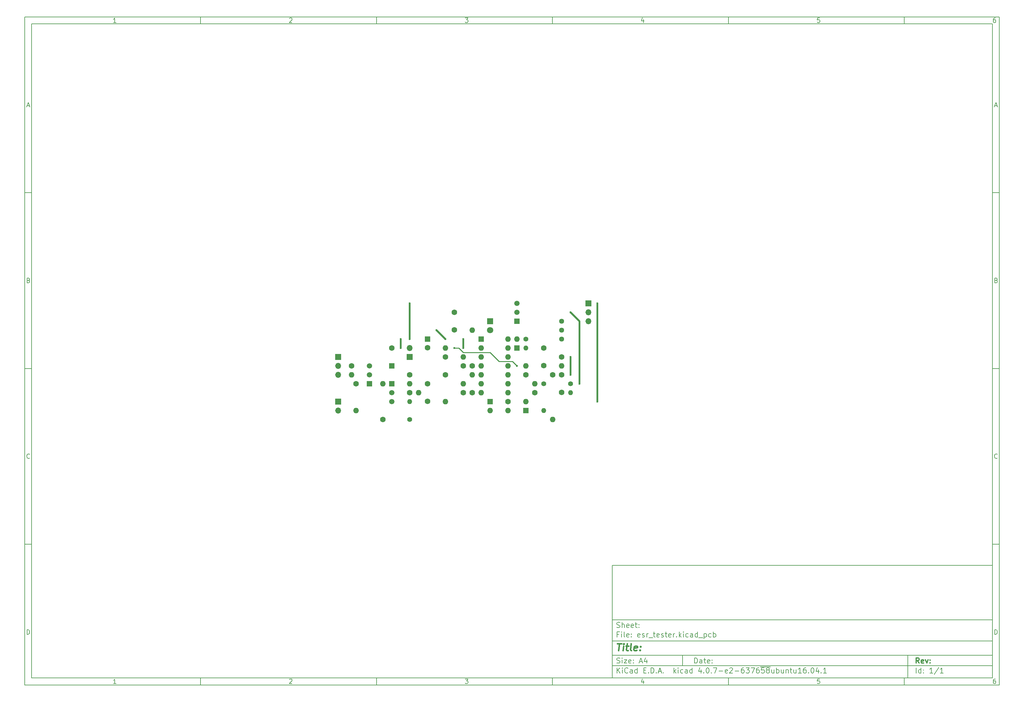
<source format=gbr>
G04 #@! TF.FileFunction,Copper,L1,Top,Plane*
%FSLAX46Y46*%
G04 Gerber Fmt 4.6, Leading zero omitted, Abs format (unit mm)*
G04 Created by KiCad (PCBNEW 4.0.7-e2-6376~58~ubuntu16.04.1) date Mon Dec 11 22:35:03 2017*
%MOMM*%
%LPD*%
G01*
G04 APERTURE LIST*
%ADD10C,0.100000*%
%ADD11C,0.150000*%
%ADD12C,0.300000*%
%ADD13C,0.400000*%
%ADD14C,1.600000*%
%ADD15O,1.600000X1.600000*%
%ADD16R,1.700000X1.700000*%
%ADD17O,1.700000X1.700000*%
%ADD18R,1.600000X1.600000*%
%ADD19R,1.800000X1.800000*%
%ADD20C,1.800000*%
%ADD21C,1.440000*%
%ADD22C,1.520000*%
%ADD23R,1.520000X1.520000*%
%ADD24C,1.400000*%
%ADD25O,1.400000X1.400000*%
%ADD26C,0.600000*%
%ADD27C,0.250000*%
%ADD28C,0.500000*%
G04 APERTURE END LIST*
D10*
D11*
X177002200Y-166007200D02*
X177002200Y-198007200D01*
X285002200Y-198007200D01*
X285002200Y-166007200D01*
X177002200Y-166007200D01*
D10*
D11*
X10000000Y-10000000D02*
X10000000Y-200007200D01*
X287002200Y-200007200D01*
X287002200Y-10000000D01*
X10000000Y-10000000D01*
D10*
D11*
X12000000Y-12000000D02*
X12000000Y-198007200D01*
X285002200Y-198007200D01*
X285002200Y-12000000D01*
X12000000Y-12000000D01*
D10*
D11*
X60000000Y-12000000D02*
X60000000Y-10000000D01*
D10*
D11*
X110000000Y-12000000D02*
X110000000Y-10000000D01*
D10*
D11*
X160000000Y-12000000D02*
X160000000Y-10000000D01*
D10*
D11*
X210000000Y-12000000D02*
X210000000Y-10000000D01*
D10*
D11*
X260000000Y-12000000D02*
X260000000Y-10000000D01*
D10*
D11*
X35990476Y-11588095D02*
X35247619Y-11588095D01*
X35619048Y-11588095D02*
X35619048Y-10288095D01*
X35495238Y-10473810D01*
X35371429Y-10597619D01*
X35247619Y-10659524D01*
D10*
D11*
X85247619Y-10411905D02*
X85309524Y-10350000D01*
X85433333Y-10288095D01*
X85742857Y-10288095D01*
X85866667Y-10350000D01*
X85928571Y-10411905D01*
X85990476Y-10535714D01*
X85990476Y-10659524D01*
X85928571Y-10845238D01*
X85185714Y-11588095D01*
X85990476Y-11588095D01*
D10*
D11*
X135185714Y-10288095D02*
X135990476Y-10288095D01*
X135557143Y-10783333D01*
X135742857Y-10783333D01*
X135866667Y-10845238D01*
X135928571Y-10907143D01*
X135990476Y-11030952D01*
X135990476Y-11340476D01*
X135928571Y-11464286D01*
X135866667Y-11526190D01*
X135742857Y-11588095D01*
X135371429Y-11588095D01*
X135247619Y-11526190D01*
X135185714Y-11464286D01*
D10*
D11*
X185866667Y-10721429D02*
X185866667Y-11588095D01*
X185557143Y-10226190D02*
X185247619Y-11154762D01*
X186052381Y-11154762D01*
D10*
D11*
X235928571Y-10288095D02*
X235309524Y-10288095D01*
X235247619Y-10907143D01*
X235309524Y-10845238D01*
X235433333Y-10783333D01*
X235742857Y-10783333D01*
X235866667Y-10845238D01*
X235928571Y-10907143D01*
X235990476Y-11030952D01*
X235990476Y-11340476D01*
X235928571Y-11464286D01*
X235866667Y-11526190D01*
X235742857Y-11588095D01*
X235433333Y-11588095D01*
X235309524Y-11526190D01*
X235247619Y-11464286D01*
D10*
D11*
X285866667Y-10288095D02*
X285619048Y-10288095D01*
X285495238Y-10350000D01*
X285433333Y-10411905D01*
X285309524Y-10597619D01*
X285247619Y-10845238D01*
X285247619Y-11340476D01*
X285309524Y-11464286D01*
X285371429Y-11526190D01*
X285495238Y-11588095D01*
X285742857Y-11588095D01*
X285866667Y-11526190D01*
X285928571Y-11464286D01*
X285990476Y-11340476D01*
X285990476Y-11030952D01*
X285928571Y-10907143D01*
X285866667Y-10845238D01*
X285742857Y-10783333D01*
X285495238Y-10783333D01*
X285371429Y-10845238D01*
X285309524Y-10907143D01*
X285247619Y-11030952D01*
D10*
D11*
X60000000Y-198007200D02*
X60000000Y-200007200D01*
D10*
D11*
X110000000Y-198007200D02*
X110000000Y-200007200D01*
D10*
D11*
X160000000Y-198007200D02*
X160000000Y-200007200D01*
D10*
D11*
X210000000Y-198007200D02*
X210000000Y-200007200D01*
D10*
D11*
X260000000Y-198007200D02*
X260000000Y-200007200D01*
D10*
D11*
X35990476Y-199595295D02*
X35247619Y-199595295D01*
X35619048Y-199595295D02*
X35619048Y-198295295D01*
X35495238Y-198481010D01*
X35371429Y-198604819D01*
X35247619Y-198666724D01*
D10*
D11*
X85247619Y-198419105D02*
X85309524Y-198357200D01*
X85433333Y-198295295D01*
X85742857Y-198295295D01*
X85866667Y-198357200D01*
X85928571Y-198419105D01*
X85990476Y-198542914D01*
X85990476Y-198666724D01*
X85928571Y-198852438D01*
X85185714Y-199595295D01*
X85990476Y-199595295D01*
D10*
D11*
X135185714Y-198295295D02*
X135990476Y-198295295D01*
X135557143Y-198790533D01*
X135742857Y-198790533D01*
X135866667Y-198852438D01*
X135928571Y-198914343D01*
X135990476Y-199038152D01*
X135990476Y-199347676D01*
X135928571Y-199471486D01*
X135866667Y-199533390D01*
X135742857Y-199595295D01*
X135371429Y-199595295D01*
X135247619Y-199533390D01*
X135185714Y-199471486D01*
D10*
D11*
X185866667Y-198728629D02*
X185866667Y-199595295D01*
X185557143Y-198233390D02*
X185247619Y-199161962D01*
X186052381Y-199161962D01*
D10*
D11*
X235928571Y-198295295D02*
X235309524Y-198295295D01*
X235247619Y-198914343D01*
X235309524Y-198852438D01*
X235433333Y-198790533D01*
X235742857Y-198790533D01*
X235866667Y-198852438D01*
X235928571Y-198914343D01*
X235990476Y-199038152D01*
X235990476Y-199347676D01*
X235928571Y-199471486D01*
X235866667Y-199533390D01*
X235742857Y-199595295D01*
X235433333Y-199595295D01*
X235309524Y-199533390D01*
X235247619Y-199471486D01*
D10*
D11*
X285866667Y-198295295D02*
X285619048Y-198295295D01*
X285495238Y-198357200D01*
X285433333Y-198419105D01*
X285309524Y-198604819D01*
X285247619Y-198852438D01*
X285247619Y-199347676D01*
X285309524Y-199471486D01*
X285371429Y-199533390D01*
X285495238Y-199595295D01*
X285742857Y-199595295D01*
X285866667Y-199533390D01*
X285928571Y-199471486D01*
X285990476Y-199347676D01*
X285990476Y-199038152D01*
X285928571Y-198914343D01*
X285866667Y-198852438D01*
X285742857Y-198790533D01*
X285495238Y-198790533D01*
X285371429Y-198852438D01*
X285309524Y-198914343D01*
X285247619Y-199038152D01*
D10*
D11*
X10000000Y-60000000D02*
X12000000Y-60000000D01*
D10*
D11*
X10000000Y-110000000D02*
X12000000Y-110000000D01*
D10*
D11*
X10000000Y-160000000D02*
X12000000Y-160000000D01*
D10*
D11*
X10690476Y-35216667D02*
X11309524Y-35216667D01*
X10566667Y-35588095D02*
X11000000Y-34288095D01*
X11433333Y-35588095D01*
D10*
D11*
X11092857Y-84907143D02*
X11278571Y-84969048D01*
X11340476Y-85030952D01*
X11402381Y-85154762D01*
X11402381Y-85340476D01*
X11340476Y-85464286D01*
X11278571Y-85526190D01*
X11154762Y-85588095D01*
X10659524Y-85588095D01*
X10659524Y-84288095D01*
X11092857Y-84288095D01*
X11216667Y-84350000D01*
X11278571Y-84411905D01*
X11340476Y-84535714D01*
X11340476Y-84659524D01*
X11278571Y-84783333D01*
X11216667Y-84845238D01*
X11092857Y-84907143D01*
X10659524Y-84907143D01*
D10*
D11*
X11402381Y-135464286D02*
X11340476Y-135526190D01*
X11154762Y-135588095D01*
X11030952Y-135588095D01*
X10845238Y-135526190D01*
X10721429Y-135402381D01*
X10659524Y-135278571D01*
X10597619Y-135030952D01*
X10597619Y-134845238D01*
X10659524Y-134597619D01*
X10721429Y-134473810D01*
X10845238Y-134350000D01*
X11030952Y-134288095D01*
X11154762Y-134288095D01*
X11340476Y-134350000D01*
X11402381Y-134411905D01*
D10*
D11*
X10659524Y-185588095D02*
X10659524Y-184288095D01*
X10969048Y-184288095D01*
X11154762Y-184350000D01*
X11278571Y-184473810D01*
X11340476Y-184597619D01*
X11402381Y-184845238D01*
X11402381Y-185030952D01*
X11340476Y-185278571D01*
X11278571Y-185402381D01*
X11154762Y-185526190D01*
X10969048Y-185588095D01*
X10659524Y-185588095D01*
D10*
D11*
X287002200Y-60000000D02*
X285002200Y-60000000D01*
D10*
D11*
X287002200Y-110000000D02*
X285002200Y-110000000D01*
D10*
D11*
X287002200Y-160000000D02*
X285002200Y-160000000D01*
D10*
D11*
X285692676Y-35216667D02*
X286311724Y-35216667D01*
X285568867Y-35588095D02*
X286002200Y-34288095D01*
X286435533Y-35588095D01*
D10*
D11*
X286095057Y-84907143D02*
X286280771Y-84969048D01*
X286342676Y-85030952D01*
X286404581Y-85154762D01*
X286404581Y-85340476D01*
X286342676Y-85464286D01*
X286280771Y-85526190D01*
X286156962Y-85588095D01*
X285661724Y-85588095D01*
X285661724Y-84288095D01*
X286095057Y-84288095D01*
X286218867Y-84350000D01*
X286280771Y-84411905D01*
X286342676Y-84535714D01*
X286342676Y-84659524D01*
X286280771Y-84783333D01*
X286218867Y-84845238D01*
X286095057Y-84907143D01*
X285661724Y-84907143D01*
D10*
D11*
X286404581Y-135464286D02*
X286342676Y-135526190D01*
X286156962Y-135588095D01*
X286033152Y-135588095D01*
X285847438Y-135526190D01*
X285723629Y-135402381D01*
X285661724Y-135278571D01*
X285599819Y-135030952D01*
X285599819Y-134845238D01*
X285661724Y-134597619D01*
X285723629Y-134473810D01*
X285847438Y-134350000D01*
X286033152Y-134288095D01*
X286156962Y-134288095D01*
X286342676Y-134350000D01*
X286404581Y-134411905D01*
D10*
D11*
X285661724Y-185588095D02*
X285661724Y-184288095D01*
X285971248Y-184288095D01*
X286156962Y-184350000D01*
X286280771Y-184473810D01*
X286342676Y-184597619D01*
X286404581Y-184845238D01*
X286404581Y-185030952D01*
X286342676Y-185278571D01*
X286280771Y-185402381D01*
X286156962Y-185526190D01*
X285971248Y-185588095D01*
X285661724Y-185588095D01*
D10*
D11*
X200359343Y-193785771D02*
X200359343Y-192285771D01*
X200716486Y-192285771D01*
X200930771Y-192357200D01*
X201073629Y-192500057D01*
X201145057Y-192642914D01*
X201216486Y-192928629D01*
X201216486Y-193142914D01*
X201145057Y-193428629D01*
X201073629Y-193571486D01*
X200930771Y-193714343D01*
X200716486Y-193785771D01*
X200359343Y-193785771D01*
X202502200Y-193785771D02*
X202502200Y-193000057D01*
X202430771Y-192857200D01*
X202287914Y-192785771D01*
X202002200Y-192785771D01*
X201859343Y-192857200D01*
X202502200Y-193714343D02*
X202359343Y-193785771D01*
X202002200Y-193785771D01*
X201859343Y-193714343D01*
X201787914Y-193571486D01*
X201787914Y-193428629D01*
X201859343Y-193285771D01*
X202002200Y-193214343D01*
X202359343Y-193214343D01*
X202502200Y-193142914D01*
X203002200Y-192785771D02*
X203573629Y-192785771D01*
X203216486Y-192285771D02*
X203216486Y-193571486D01*
X203287914Y-193714343D01*
X203430772Y-193785771D01*
X203573629Y-193785771D01*
X204645057Y-193714343D02*
X204502200Y-193785771D01*
X204216486Y-193785771D01*
X204073629Y-193714343D01*
X204002200Y-193571486D01*
X204002200Y-193000057D01*
X204073629Y-192857200D01*
X204216486Y-192785771D01*
X204502200Y-192785771D01*
X204645057Y-192857200D01*
X204716486Y-193000057D01*
X204716486Y-193142914D01*
X204002200Y-193285771D01*
X205359343Y-193642914D02*
X205430771Y-193714343D01*
X205359343Y-193785771D01*
X205287914Y-193714343D01*
X205359343Y-193642914D01*
X205359343Y-193785771D01*
X205359343Y-192857200D02*
X205430771Y-192928629D01*
X205359343Y-193000057D01*
X205287914Y-192928629D01*
X205359343Y-192857200D01*
X205359343Y-193000057D01*
D10*
D11*
X177002200Y-194507200D02*
X285002200Y-194507200D01*
D10*
D11*
X178359343Y-196585771D02*
X178359343Y-195085771D01*
X179216486Y-196585771D02*
X178573629Y-195728629D01*
X179216486Y-195085771D02*
X178359343Y-195942914D01*
X179859343Y-196585771D02*
X179859343Y-195585771D01*
X179859343Y-195085771D02*
X179787914Y-195157200D01*
X179859343Y-195228629D01*
X179930771Y-195157200D01*
X179859343Y-195085771D01*
X179859343Y-195228629D01*
X181430772Y-196442914D02*
X181359343Y-196514343D01*
X181145057Y-196585771D01*
X181002200Y-196585771D01*
X180787915Y-196514343D01*
X180645057Y-196371486D01*
X180573629Y-196228629D01*
X180502200Y-195942914D01*
X180502200Y-195728629D01*
X180573629Y-195442914D01*
X180645057Y-195300057D01*
X180787915Y-195157200D01*
X181002200Y-195085771D01*
X181145057Y-195085771D01*
X181359343Y-195157200D01*
X181430772Y-195228629D01*
X182716486Y-196585771D02*
X182716486Y-195800057D01*
X182645057Y-195657200D01*
X182502200Y-195585771D01*
X182216486Y-195585771D01*
X182073629Y-195657200D01*
X182716486Y-196514343D02*
X182573629Y-196585771D01*
X182216486Y-196585771D01*
X182073629Y-196514343D01*
X182002200Y-196371486D01*
X182002200Y-196228629D01*
X182073629Y-196085771D01*
X182216486Y-196014343D01*
X182573629Y-196014343D01*
X182716486Y-195942914D01*
X184073629Y-196585771D02*
X184073629Y-195085771D01*
X184073629Y-196514343D02*
X183930772Y-196585771D01*
X183645058Y-196585771D01*
X183502200Y-196514343D01*
X183430772Y-196442914D01*
X183359343Y-196300057D01*
X183359343Y-195871486D01*
X183430772Y-195728629D01*
X183502200Y-195657200D01*
X183645058Y-195585771D01*
X183930772Y-195585771D01*
X184073629Y-195657200D01*
X185930772Y-195800057D02*
X186430772Y-195800057D01*
X186645058Y-196585771D02*
X185930772Y-196585771D01*
X185930772Y-195085771D01*
X186645058Y-195085771D01*
X187287915Y-196442914D02*
X187359343Y-196514343D01*
X187287915Y-196585771D01*
X187216486Y-196514343D01*
X187287915Y-196442914D01*
X187287915Y-196585771D01*
X188002201Y-196585771D02*
X188002201Y-195085771D01*
X188359344Y-195085771D01*
X188573629Y-195157200D01*
X188716487Y-195300057D01*
X188787915Y-195442914D01*
X188859344Y-195728629D01*
X188859344Y-195942914D01*
X188787915Y-196228629D01*
X188716487Y-196371486D01*
X188573629Y-196514343D01*
X188359344Y-196585771D01*
X188002201Y-196585771D01*
X189502201Y-196442914D02*
X189573629Y-196514343D01*
X189502201Y-196585771D01*
X189430772Y-196514343D01*
X189502201Y-196442914D01*
X189502201Y-196585771D01*
X190145058Y-196157200D02*
X190859344Y-196157200D01*
X190002201Y-196585771D02*
X190502201Y-195085771D01*
X191002201Y-196585771D01*
X191502201Y-196442914D02*
X191573629Y-196514343D01*
X191502201Y-196585771D01*
X191430772Y-196514343D01*
X191502201Y-196442914D01*
X191502201Y-196585771D01*
X194502201Y-196585771D02*
X194502201Y-195085771D01*
X194645058Y-196014343D02*
X195073629Y-196585771D01*
X195073629Y-195585771D02*
X194502201Y-196157200D01*
X195716487Y-196585771D02*
X195716487Y-195585771D01*
X195716487Y-195085771D02*
X195645058Y-195157200D01*
X195716487Y-195228629D01*
X195787915Y-195157200D01*
X195716487Y-195085771D01*
X195716487Y-195228629D01*
X197073630Y-196514343D02*
X196930773Y-196585771D01*
X196645059Y-196585771D01*
X196502201Y-196514343D01*
X196430773Y-196442914D01*
X196359344Y-196300057D01*
X196359344Y-195871486D01*
X196430773Y-195728629D01*
X196502201Y-195657200D01*
X196645059Y-195585771D01*
X196930773Y-195585771D01*
X197073630Y-195657200D01*
X198359344Y-196585771D02*
X198359344Y-195800057D01*
X198287915Y-195657200D01*
X198145058Y-195585771D01*
X197859344Y-195585771D01*
X197716487Y-195657200D01*
X198359344Y-196514343D02*
X198216487Y-196585771D01*
X197859344Y-196585771D01*
X197716487Y-196514343D01*
X197645058Y-196371486D01*
X197645058Y-196228629D01*
X197716487Y-196085771D01*
X197859344Y-196014343D01*
X198216487Y-196014343D01*
X198359344Y-195942914D01*
X199716487Y-196585771D02*
X199716487Y-195085771D01*
X199716487Y-196514343D02*
X199573630Y-196585771D01*
X199287916Y-196585771D01*
X199145058Y-196514343D01*
X199073630Y-196442914D01*
X199002201Y-196300057D01*
X199002201Y-195871486D01*
X199073630Y-195728629D01*
X199145058Y-195657200D01*
X199287916Y-195585771D01*
X199573630Y-195585771D01*
X199716487Y-195657200D01*
X202216487Y-195585771D02*
X202216487Y-196585771D01*
X201859344Y-195014343D02*
X201502201Y-196085771D01*
X202430773Y-196085771D01*
X203002201Y-196442914D02*
X203073629Y-196514343D01*
X203002201Y-196585771D01*
X202930772Y-196514343D01*
X203002201Y-196442914D01*
X203002201Y-196585771D01*
X204002201Y-195085771D02*
X204145058Y-195085771D01*
X204287915Y-195157200D01*
X204359344Y-195228629D01*
X204430773Y-195371486D01*
X204502201Y-195657200D01*
X204502201Y-196014343D01*
X204430773Y-196300057D01*
X204359344Y-196442914D01*
X204287915Y-196514343D01*
X204145058Y-196585771D01*
X204002201Y-196585771D01*
X203859344Y-196514343D01*
X203787915Y-196442914D01*
X203716487Y-196300057D01*
X203645058Y-196014343D01*
X203645058Y-195657200D01*
X203716487Y-195371486D01*
X203787915Y-195228629D01*
X203859344Y-195157200D01*
X204002201Y-195085771D01*
X205145058Y-196442914D02*
X205216486Y-196514343D01*
X205145058Y-196585771D01*
X205073629Y-196514343D01*
X205145058Y-196442914D01*
X205145058Y-196585771D01*
X205716487Y-195085771D02*
X206716487Y-195085771D01*
X206073630Y-196585771D01*
X207287915Y-196014343D02*
X208430772Y-196014343D01*
X209716486Y-196514343D02*
X209573629Y-196585771D01*
X209287915Y-196585771D01*
X209145058Y-196514343D01*
X209073629Y-196371486D01*
X209073629Y-195800057D01*
X209145058Y-195657200D01*
X209287915Y-195585771D01*
X209573629Y-195585771D01*
X209716486Y-195657200D01*
X209787915Y-195800057D01*
X209787915Y-195942914D01*
X209073629Y-196085771D01*
X210359343Y-195228629D02*
X210430772Y-195157200D01*
X210573629Y-195085771D01*
X210930772Y-195085771D01*
X211073629Y-195157200D01*
X211145058Y-195228629D01*
X211216486Y-195371486D01*
X211216486Y-195514343D01*
X211145058Y-195728629D01*
X210287915Y-196585771D01*
X211216486Y-196585771D01*
X211859343Y-196014343D02*
X213002200Y-196014343D01*
X214359343Y-195085771D02*
X214073629Y-195085771D01*
X213930772Y-195157200D01*
X213859343Y-195228629D01*
X213716486Y-195442914D01*
X213645057Y-195728629D01*
X213645057Y-196300057D01*
X213716486Y-196442914D01*
X213787914Y-196514343D01*
X213930772Y-196585771D01*
X214216486Y-196585771D01*
X214359343Y-196514343D01*
X214430772Y-196442914D01*
X214502200Y-196300057D01*
X214502200Y-195942914D01*
X214430772Y-195800057D01*
X214359343Y-195728629D01*
X214216486Y-195657200D01*
X213930772Y-195657200D01*
X213787914Y-195728629D01*
X213716486Y-195800057D01*
X213645057Y-195942914D01*
X215002200Y-195085771D02*
X215930771Y-195085771D01*
X215430771Y-195657200D01*
X215645057Y-195657200D01*
X215787914Y-195728629D01*
X215859343Y-195800057D01*
X215930771Y-195942914D01*
X215930771Y-196300057D01*
X215859343Y-196442914D01*
X215787914Y-196514343D01*
X215645057Y-196585771D01*
X215216485Y-196585771D01*
X215073628Y-196514343D01*
X215002200Y-196442914D01*
X216430771Y-195085771D02*
X217430771Y-195085771D01*
X216787914Y-196585771D01*
X218645056Y-195085771D02*
X218359342Y-195085771D01*
X218216485Y-195157200D01*
X218145056Y-195228629D01*
X218002199Y-195442914D01*
X217930770Y-195728629D01*
X217930770Y-196300057D01*
X218002199Y-196442914D01*
X218073627Y-196514343D01*
X218216485Y-196585771D01*
X218502199Y-196585771D01*
X218645056Y-196514343D01*
X218716485Y-196442914D01*
X218787913Y-196300057D01*
X218787913Y-195942914D01*
X218716485Y-195800057D01*
X218645056Y-195728629D01*
X218502199Y-195657200D01*
X218216485Y-195657200D01*
X218073627Y-195728629D01*
X218002199Y-195800057D01*
X217930770Y-195942914D01*
X220145056Y-195085771D02*
X219430770Y-195085771D01*
X219359341Y-195800057D01*
X219430770Y-195728629D01*
X219573627Y-195657200D01*
X219930770Y-195657200D01*
X220073627Y-195728629D01*
X220145056Y-195800057D01*
X220216484Y-195942914D01*
X220216484Y-196300057D01*
X220145056Y-196442914D01*
X220073627Y-196514343D01*
X219930770Y-196585771D01*
X219573627Y-196585771D01*
X219430770Y-196514343D01*
X219359341Y-196442914D01*
X221073627Y-195728629D02*
X220930769Y-195657200D01*
X220859341Y-195585771D01*
X220787912Y-195442914D01*
X220787912Y-195371486D01*
X220859341Y-195228629D01*
X220930769Y-195157200D01*
X221073627Y-195085771D01*
X221359341Y-195085771D01*
X221502198Y-195157200D01*
X221573627Y-195228629D01*
X221645055Y-195371486D01*
X221645055Y-195442914D01*
X221573627Y-195585771D01*
X221502198Y-195657200D01*
X221359341Y-195728629D01*
X221073627Y-195728629D01*
X220930769Y-195800057D01*
X220859341Y-195871486D01*
X220787912Y-196014343D01*
X220787912Y-196300057D01*
X220859341Y-196442914D01*
X220930769Y-196514343D01*
X221073627Y-196585771D01*
X221359341Y-196585771D01*
X221502198Y-196514343D01*
X221573627Y-196442914D01*
X221645055Y-196300057D01*
X221645055Y-196014343D01*
X221573627Y-195871486D01*
X221502198Y-195800057D01*
X221359341Y-195728629D01*
X219073627Y-194827200D02*
X221930769Y-194827200D01*
X222930769Y-195585771D02*
X222930769Y-196585771D01*
X222287912Y-195585771D02*
X222287912Y-196371486D01*
X222359340Y-196514343D01*
X222502198Y-196585771D01*
X222716483Y-196585771D01*
X222859340Y-196514343D01*
X222930769Y-196442914D01*
X223645055Y-196585771D02*
X223645055Y-195085771D01*
X223645055Y-195657200D02*
X223787912Y-195585771D01*
X224073626Y-195585771D01*
X224216483Y-195657200D01*
X224287912Y-195728629D01*
X224359341Y-195871486D01*
X224359341Y-196300057D01*
X224287912Y-196442914D01*
X224216483Y-196514343D01*
X224073626Y-196585771D01*
X223787912Y-196585771D01*
X223645055Y-196514343D01*
X225645055Y-195585771D02*
X225645055Y-196585771D01*
X225002198Y-195585771D02*
X225002198Y-196371486D01*
X225073626Y-196514343D01*
X225216484Y-196585771D01*
X225430769Y-196585771D01*
X225573626Y-196514343D01*
X225645055Y-196442914D01*
X226359341Y-195585771D02*
X226359341Y-196585771D01*
X226359341Y-195728629D02*
X226430769Y-195657200D01*
X226573627Y-195585771D01*
X226787912Y-195585771D01*
X226930769Y-195657200D01*
X227002198Y-195800057D01*
X227002198Y-196585771D01*
X227502198Y-195585771D02*
X228073627Y-195585771D01*
X227716484Y-195085771D02*
X227716484Y-196371486D01*
X227787912Y-196514343D01*
X227930770Y-196585771D01*
X228073627Y-196585771D01*
X229216484Y-195585771D02*
X229216484Y-196585771D01*
X228573627Y-195585771D02*
X228573627Y-196371486D01*
X228645055Y-196514343D01*
X228787913Y-196585771D01*
X229002198Y-196585771D01*
X229145055Y-196514343D01*
X229216484Y-196442914D01*
X230716484Y-196585771D02*
X229859341Y-196585771D01*
X230287913Y-196585771D02*
X230287913Y-195085771D01*
X230145056Y-195300057D01*
X230002198Y-195442914D01*
X229859341Y-195514343D01*
X232002198Y-195085771D02*
X231716484Y-195085771D01*
X231573627Y-195157200D01*
X231502198Y-195228629D01*
X231359341Y-195442914D01*
X231287912Y-195728629D01*
X231287912Y-196300057D01*
X231359341Y-196442914D01*
X231430769Y-196514343D01*
X231573627Y-196585771D01*
X231859341Y-196585771D01*
X232002198Y-196514343D01*
X232073627Y-196442914D01*
X232145055Y-196300057D01*
X232145055Y-195942914D01*
X232073627Y-195800057D01*
X232002198Y-195728629D01*
X231859341Y-195657200D01*
X231573627Y-195657200D01*
X231430769Y-195728629D01*
X231359341Y-195800057D01*
X231287912Y-195942914D01*
X232787912Y-196442914D02*
X232859340Y-196514343D01*
X232787912Y-196585771D01*
X232716483Y-196514343D01*
X232787912Y-196442914D01*
X232787912Y-196585771D01*
X233787912Y-195085771D02*
X233930769Y-195085771D01*
X234073626Y-195157200D01*
X234145055Y-195228629D01*
X234216484Y-195371486D01*
X234287912Y-195657200D01*
X234287912Y-196014343D01*
X234216484Y-196300057D01*
X234145055Y-196442914D01*
X234073626Y-196514343D01*
X233930769Y-196585771D01*
X233787912Y-196585771D01*
X233645055Y-196514343D01*
X233573626Y-196442914D01*
X233502198Y-196300057D01*
X233430769Y-196014343D01*
X233430769Y-195657200D01*
X233502198Y-195371486D01*
X233573626Y-195228629D01*
X233645055Y-195157200D01*
X233787912Y-195085771D01*
X235573626Y-195585771D02*
X235573626Y-196585771D01*
X235216483Y-195014343D02*
X234859340Y-196085771D01*
X235787912Y-196085771D01*
X236359340Y-196442914D02*
X236430768Y-196514343D01*
X236359340Y-196585771D01*
X236287911Y-196514343D01*
X236359340Y-196442914D01*
X236359340Y-196585771D01*
X237859340Y-196585771D02*
X237002197Y-196585771D01*
X237430769Y-196585771D02*
X237430769Y-195085771D01*
X237287912Y-195300057D01*
X237145054Y-195442914D01*
X237002197Y-195514343D01*
D10*
D11*
X177002200Y-191507200D02*
X285002200Y-191507200D01*
D10*
D12*
X264216486Y-193785771D02*
X263716486Y-193071486D01*
X263359343Y-193785771D02*
X263359343Y-192285771D01*
X263930771Y-192285771D01*
X264073629Y-192357200D01*
X264145057Y-192428629D01*
X264216486Y-192571486D01*
X264216486Y-192785771D01*
X264145057Y-192928629D01*
X264073629Y-193000057D01*
X263930771Y-193071486D01*
X263359343Y-193071486D01*
X265430771Y-193714343D02*
X265287914Y-193785771D01*
X265002200Y-193785771D01*
X264859343Y-193714343D01*
X264787914Y-193571486D01*
X264787914Y-193000057D01*
X264859343Y-192857200D01*
X265002200Y-192785771D01*
X265287914Y-192785771D01*
X265430771Y-192857200D01*
X265502200Y-193000057D01*
X265502200Y-193142914D01*
X264787914Y-193285771D01*
X266002200Y-192785771D02*
X266359343Y-193785771D01*
X266716485Y-192785771D01*
X267287914Y-193642914D02*
X267359342Y-193714343D01*
X267287914Y-193785771D01*
X267216485Y-193714343D01*
X267287914Y-193642914D01*
X267287914Y-193785771D01*
X267287914Y-192857200D02*
X267359342Y-192928629D01*
X267287914Y-193000057D01*
X267216485Y-192928629D01*
X267287914Y-192857200D01*
X267287914Y-193000057D01*
D10*
D11*
X178287914Y-193714343D02*
X178502200Y-193785771D01*
X178859343Y-193785771D01*
X179002200Y-193714343D01*
X179073629Y-193642914D01*
X179145057Y-193500057D01*
X179145057Y-193357200D01*
X179073629Y-193214343D01*
X179002200Y-193142914D01*
X178859343Y-193071486D01*
X178573629Y-193000057D01*
X178430771Y-192928629D01*
X178359343Y-192857200D01*
X178287914Y-192714343D01*
X178287914Y-192571486D01*
X178359343Y-192428629D01*
X178430771Y-192357200D01*
X178573629Y-192285771D01*
X178930771Y-192285771D01*
X179145057Y-192357200D01*
X179787914Y-193785771D02*
X179787914Y-192785771D01*
X179787914Y-192285771D02*
X179716485Y-192357200D01*
X179787914Y-192428629D01*
X179859342Y-192357200D01*
X179787914Y-192285771D01*
X179787914Y-192428629D01*
X180359343Y-192785771D02*
X181145057Y-192785771D01*
X180359343Y-193785771D01*
X181145057Y-193785771D01*
X182287914Y-193714343D02*
X182145057Y-193785771D01*
X181859343Y-193785771D01*
X181716486Y-193714343D01*
X181645057Y-193571486D01*
X181645057Y-193000057D01*
X181716486Y-192857200D01*
X181859343Y-192785771D01*
X182145057Y-192785771D01*
X182287914Y-192857200D01*
X182359343Y-193000057D01*
X182359343Y-193142914D01*
X181645057Y-193285771D01*
X183002200Y-193642914D02*
X183073628Y-193714343D01*
X183002200Y-193785771D01*
X182930771Y-193714343D01*
X183002200Y-193642914D01*
X183002200Y-193785771D01*
X183002200Y-192857200D02*
X183073628Y-192928629D01*
X183002200Y-193000057D01*
X182930771Y-192928629D01*
X183002200Y-192857200D01*
X183002200Y-193000057D01*
X184787914Y-193357200D02*
X185502200Y-193357200D01*
X184645057Y-193785771D02*
X185145057Y-192285771D01*
X185645057Y-193785771D01*
X186787914Y-192785771D02*
X186787914Y-193785771D01*
X186430771Y-192214343D02*
X186073628Y-193285771D01*
X187002200Y-193285771D01*
D10*
D11*
X263359343Y-196585771D02*
X263359343Y-195085771D01*
X264716486Y-196585771D02*
X264716486Y-195085771D01*
X264716486Y-196514343D02*
X264573629Y-196585771D01*
X264287915Y-196585771D01*
X264145057Y-196514343D01*
X264073629Y-196442914D01*
X264002200Y-196300057D01*
X264002200Y-195871486D01*
X264073629Y-195728629D01*
X264145057Y-195657200D01*
X264287915Y-195585771D01*
X264573629Y-195585771D01*
X264716486Y-195657200D01*
X265430772Y-196442914D02*
X265502200Y-196514343D01*
X265430772Y-196585771D01*
X265359343Y-196514343D01*
X265430772Y-196442914D01*
X265430772Y-196585771D01*
X265430772Y-195657200D02*
X265502200Y-195728629D01*
X265430772Y-195800057D01*
X265359343Y-195728629D01*
X265430772Y-195657200D01*
X265430772Y-195800057D01*
X268073629Y-196585771D02*
X267216486Y-196585771D01*
X267645058Y-196585771D02*
X267645058Y-195085771D01*
X267502201Y-195300057D01*
X267359343Y-195442914D01*
X267216486Y-195514343D01*
X269787914Y-195014343D02*
X268502200Y-196942914D01*
X271073629Y-196585771D02*
X270216486Y-196585771D01*
X270645058Y-196585771D02*
X270645058Y-195085771D01*
X270502201Y-195300057D01*
X270359343Y-195442914D01*
X270216486Y-195514343D01*
D10*
D11*
X177002200Y-187507200D02*
X285002200Y-187507200D01*
D10*
D13*
X178454581Y-188211962D02*
X179597438Y-188211962D01*
X178776010Y-190211962D02*
X179026010Y-188211962D01*
X180014105Y-190211962D02*
X180180771Y-188878629D01*
X180264105Y-188211962D02*
X180156962Y-188307200D01*
X180240295Y-188402438D01*
X180347439Y-188307200D01*
X180264105Y-188211962D01*
X180240295Y-188402438D01*
X180847438Y-188878629D02*
X181609343Y-188878629D01*
X181216486Y-188211962D02*
X181002200Y-189926248D01*
X181073630Y-190116724D01*
X181252201Y-190211962D01*
X181442677Y-190211962D01*
X182395058Y-190211962D02*
X182216487Y-190116724D01*
X182145057Y-189926248D01*
X182359343Y-188211962D01*
X183930772Y-190116724D02*
X183728391Y-190211962D01*
X183347439Y-190211962D01*
X183168867Y-190116724D01*
X183097438Y-189926248D01*
X183192676Y-189164343D01*
X183311724Y-188973867D01*
X183514105Y-188878629D01*
X183895057Y-188878629D01*
X184073629Y-188973867D01*
X184145057Y-189164343D01*
X184121248Y-189354819D01*
X183145057Y-189545295D01*
X184895057Y-190021486D02*
X184978392Y-190116724D01*
X184871248Y-190211962D01*
X184787915Y-190116724D01*
X184895057Y-190021486D01*
X184871248Y-190211962D01*
X185026010Y-188973867D02*
X185109344Y-189069105D01*
X185002200Y-189164343D01*
X184918867Y-189069105D01*
X185026010Y-188973867D01*
X185002200Y-189164343D01*
D10*
D11*
X178859343Y-185600057D02*
X178359343Y-185600057D01*
X178359343Y-186385771D02*
X178359343Y-184885771D01*
X179073629Y-184885771D01*
X179645057Y-186385771D02*
X179645057Y-185385771D01*
X179645057Y-184885771D02*
X179573628Y-184957200D01*
X179645057Y-185028629D01*
X179716485Y-184957200D01*
X179645057Y-184885771D01*
X179645057Y-185028629D01*
X180573629Y-186385771D02*
X180430771Y-186314343D01*
X180359343Y-186171486D01*
X180359343Y-184885771D01*
X181716485Y-186314343D02*
X181573628Y-186385771D01*
X181287914Y-186385771D01*
X181145057Y-186314343D01*
X181073628Y-186171486D01*
X181073628Y-185600057D01*
X181145057Y-185457200D01*
X181287914Y-185385771D01*
X181573628Y-185385771D01*
X181716485Y-185457200D01*
X181787914Y-185600057D01*
X181787914Y-185742914D01*
X181073628Y-185885771D01*
X182430771Y-186242914D02*
X182502199Y-186314343D01*
X182430771Y-186385771D01*
X182359342Y-186314343D01*
X182430771Y-186242914D01*
X182430771Y-186385771D01*
X182430771Y-185457200D02*
X182502199Y-185528629D01*
X182430771Y-185600057D01*
X182359342Y-185528629D01*
X182430771Y-185457200D01*
X182430771Y-185600057D01*
X184859342Y-186314343D02*
X184716485Y-186385771D01*
X184430771Y-186385771D01*
X184287914Y-186314343D01*
X184216485Y-186171486D01*
X184216485Y-185600057D01*
X184287914Y-185457200D01*
X184430771Y-185385771D01*
X184716485Y-185385771D01*
X184859342Y-185457200D01*
X184930771Y-185600057D01*
X184930771Y-185742914D01*
X184216485Y-185885771D01*
X185502199Y-186314343D02*
X185645056Y-186385771D01*
X185930771Y-186385771D01*
X186073628Y-186314343D01*
X186145056Y-186171486D01*
X186145056Y-186100057D01*
X186073628Y-185957200D01*
X185930771Y-185885771D01*
X185716485Y-185885771D01*
X185573628Y-185814343D01*
X185502199Y-185671486D01*
X185502199Y-185600057D01*
X185573628Y-185457200D01*
X185716485Y-185385771D01*
X185930771Y-185385771D01*
X186073628Y-185457200D01*
X186787914Y-186385771D02*
X186787914Y-185385771D01*
X186787914Y-185671486D02*
X186859342Y-185528629D01*
X186930771Y-185457200D01*
X187073628Y-185385771D01*
X187216485Y-185385771D01*
X187359342Y-186528629D02*
X188502199Y-186528629D01*
X188645056Y-185385771D02*
X189216485Y-185385771D01*
X188859342Y-184885771D02*
X188859342Y-186171486D01*
X188930770Y-186314343D01*
X189073628Y-186385771D01*
X189216485Y-186385771D01*
X190287913Y-186314343D02*
X190145056Y-186385771D01*
X189859342Y-186385771D01*
X189716485Y-186314343D01*
X189645056Y-186171486D01*
X189645056Y-185600057D01*
X189716485Y-185457200D01*
X189859342Y-185385771D01*
X190145056Y-185385771D01*
X190287913Y-185457200D01*
X190359342Y-185600057D01*
X190359342Y-185742914D01*
X189645056Y-185885771D01*
X190930770Y-186314343D02*
X191073627Y-186385771D01*
X191359342Y-186385771D01*
X191502199Y-186314343D01*
X191573627Y-186171486D01*
X191573627Y-186100057D01*
X191502199Y-185957200D01*
X191359342Y-185885771D01*
X191145056Y-185885771D01*
X191002199Y-185814343D01*
X190930770Y-185671486D01*
X190930770Y-185600057D01*
X191002199Y-185457200D01*
X191145056Y-185385771D01*
X191359342Y-185385771D01*
X191502199Y-185457200D01*
X192002199Y-185385771D02*
X192573628Y-185385771D01*
X192216485Y-184885771D02*
X192216485Y-186171486D01*
X192287913Y-186314343D01*
X192430771Y-186385771D01*
X192573628Y-186385771D01*
X193645056Y-186314343D02*
X193502199Y-186385771D01*
X193216485Y-186385771D01*
X193073628Y-186314343D01*
X193002199Y-186171486D01*
X193002199Y-185600057D01*
X193073628Y-185457200D01*
X193216485Y-185385771D01*
X193502199Y-185385771D01*
X193645056Y-185457200D01*
X193716485Y-185600057D01*
X193716485Y-185742914D01*
X193002199Y-185885771D01*
X194359342Y-186385771D02*
X194359342Y-185385771D01*
X194359342Y-185671486D02*
X194430770Y-185528629D01*
X194502199Y-185457200D01*
X194645056Y-185385771D01*
X194787913Y-185385771D01*
X195287913Y-186242914D02*
X195359341Y-186314343D01*
X195287913Y-186385771D01*
X195216484Y-186314343D01*
X195287913Y-186242914D01*
X195287913Y-186385771D01*
X196002199Y-186385771D02*
X196002199Y-184885771D01*
X196145056Y-185814343D02*
X196573627Y-186385771D01*
X196573627Y-185385771D02*
X196002199Y-185957200D01*
X197216485Y-186385771D02*
X197216485Y-185385771D01*
X197216485Y-184885771D02*
X197145056Y-184957200D01*
X197216485Y-185028629D01*
X197287913Y-184957200D01*
X197216485Y-184885771D01*
X197216485Y-185028629D01*
X198573628Y-186314343D02*
X198430771Y-186385771D01*
X198145057Y-186385771D01*
X198002199Y-186314343D01*
X197930771Y-186242914D01*
X197859342Y-186100057D01*
X197859342Y-185671486D01*
X197930771Y-185528629D01*
X198002199Y-185457200D01*
X198145057Y-185385771D01*
X198430771Y-185385771D01*
X198573628Y-185457200D01*
X199859342Y-186385771D02*
X199859342Y-185600057D01*
X199787913Y-185457200D01*
X199645056Y-185385771D01*
X199359342Y-185385771D01*
X199216485Y-185457200D01*
X199859342Y-186314343D02*
X199716485Y-186385771D01*
X199359342Y-186385771D01*
X199216485Y-186314343D01*
X199145056Y-186171486D01*
X199145056Y-186028629D01*
X199216485Y-185885771D01*
X199359342Y-185814343D01*
X199716485Y-185814343D01*
X199859342Y-185742914D01*
X201216485Y-186385771D02*
X201216485Y-184885771D01*
X201216485Y-186314343D02*
X201073628Y-186385771D01*
X200787914Y-186385771D01*
X200645056Y-186314343D01*
X200573628Y-186242914D01*
X200502199Y-186100057D01*
X200502199Y-185671486D01*
X200573628Y-185528629D01*
X200645056Y-185457200D01*
X200787914Y-185385771D01*
X201073628Y-185385771D01*
X201216485Y-185457200D01*
X201573628Y-186528629D02*
X202716485Y-186528629D01*
X203073628Y-185385771D02*
X203073628Y-186885771D01*
X203073628Y-185457200D02*
X203216485Y-185385771D01*
X203502199Y-185385771D01*
X203645056Y-185457200D01*
X203716485Y-185528629D01*
X203787914Y-185671486D01*
X203787914Y-186100057D01*
X203716485Y-186242914D01*
X203645056Y-186314343D01*
X203502199Y-186385771D01*
X203216485Y-186385771D01*
X203073628Y-186314343D01*
X205073628Y-186314343D02*
X204930771Y-186385771D01*
X204645057Y-186385771D01*
X204502199Y-186314343D01*
X204430771Y-186242914D01*
X204359342Y-186100057D01*
X204359342Y-185671486D01*
X204430771Y-185528629D01*
X204502199Y-185457200D01*
X204645057Y-185385771D01*
X204930771Y-185385771D01*
X205073628Y-185457200D01*
X205716485Y-186385771D02*
X205716485Y-184885771D01*
X205716485Y-185457200D02*
X205859342Y-185385771D01*
X206145056Y-185385771D01*
X206287913Y-185457200D01*
X206359342Y-185528629D01*
X206430771Y-185671486D01*
X206430771Y-186100057D01*
X206359342Y-186242914D01*
X206287913Y-186314343D01*
X206145056Y-186385771D01*
X205859342Y-186385771D01*
X205716485Y-186314343D01*
D10*
D11*
X177002200Y-181507200D02*
X285002200Y-181507200D01*
D10*
D11*
X178287914Y-183614343D02*
X178502200Y-183685771D01*
X178859343Y-183685771D01*
X179002200Y-183614343D01*
X179073629Y-183542914D01*
X179145057Y-183400057D01*
X179145057Y-183257200D01*
X179073629Y-183114343D01*
X179002200Y-183042914D01*
X178859343Y-182971486D01*
X178573629Y-182900057D01*
X178430771Y-182828629D01*
X178359343Y-182757200D01*
X178287914Y-182614343D01*
X178287914Y-182471486D01*
X178359343Y-182328629D01*
X178430771Y-182257200D01*
X178573629Y-182185771D01*
X178930771Y-182185771D01*
X179145057Y-182257200D01*
X179787914Y-183685771D02*
X179787914Y-182185771D01*
X180430771Y-183685771D02*
X180430771Y-182900057D01*
X180359342Y-182757200D01*
X180216485Y-182685771D01*
X180002200Y-182685771D01*
X179859342Y-182757200D01*
X179787914Y-182828629D01*
X181716485Y-183614343D02*
X181573628Y-183685771D01*
X181287914Y-183685771D01*
X181145057Y-183614343D01*
X181073628Y-183471486D01*
X181073628Y-182900057D01*
X181145057Y-182757200D01*
X181287914Y-182685771D01*
X181573628Y-182685771D01*
X181716485Y-182757200D01*
X181787914Y-182900057D01*
X181787914Y-183042914D01*
X181073628Y-183185771D01*
X183002199Y-183614343D02*
X182859342Y-183685771D01*
X182573628Y-183685771D01*
X182430771Y-183614343D01*
X182359342Y-183471486D01*
X182359342Y-182900057D01*
X182430771Y-182757200D01*
X182573628Y-182685771D01*
X182859342Y-182685771D01*
X183002199Y-182757200D01*
X183073628Y-182900057D01*
X183073628Y-183042914D01*
X182359342Y-183185771D01*
X183502199Y-182685771D02*
X184073628Y-182685771D01*
X183716485Y-182185771D02*
X183716485Y-183471486D01*
X183787913Y-183614343D01*
X183930771Y-183685771D01*
X184073628Y-183685771D01*
X184573628Y-183542914D02*
X184645056Y-183614343D01*
X184573628Y-183685771D01*
X184502199Y-183614343D01*
X184573628Y-183542914D01*
X184573628Y-183685771D01*
X184573628Y-182757200D02*
X184645056Y-182828629D01*
X184573628Y-182900057D01*
X184502199Y-182828629D01*
X184573628Y-182757200D01*
X184573628Y-182900057D01*
D10*
D11*
X197002200Y-191507200D02*
X197002200Y-194507200D01*
D10*
D11*
X261002200Y-191507200D02*
X261002200Y-198007200D01*
D14*
X137160000Y-109220000D03*
D15*
X137160000Y-99060000D03*
D14*
X162560000Y-106680000D03*
D15*
X162560000Y-109220000D03*
D14*
X152400000Y-111760000D03*
D15*
X152400000Y-109220000D03*
D14*
X154940000Y-116840000D03*
D15*
X154940000Y-114300000D03*
D14*
X147320000Y-119380000D03*
D15*
X147320000Y-121920000D03*
D14*
X104140000Y-114300000D03*
D15*
X104140000Y-121920000D03*
D14*
X119380000Y-111760000D03*
D15*
X119380000Y-114300000D03*
D14*
X102870000Y-109220000D03*
D15*
X102870000Y-111760000D03*
D14*
X119380000Y-116840000D03*
D15*
X121920000Y-116840000D03*
D14*
X129540000Y-106680000D03*
D15*
X129540000Y-104140000D03*
D14*
X134620000Y-109220000D03*
D15*
X134620000Y-106680000D03*
D14*
X137160000Y-116840000D03*
D15*
X137160000Y-111760000D03*
D14*
X134620000Y-116840000D03*
D15*
X134620000Y-114300000D03*
D14*
X129540000Y-111760000D03*
D15*
X129540000Y-119380000D03*
D16*
X119380000Y-106680000D03*
D17*
X119380000Y-104140000D03*
D18*
X114300000Y-109220000D03*
D14*
X114300000Y-104140000D03*
D18*
X124460000Y-101600000D03*
D14*
X124460000Y-104100000D03*
X124460000Y-114300000D03*
X124460000Y-119300000D03*
X162560000Y-111760000D03*
X162560000Y-116760000D03*
X132080000Y-93980000D03*
X132080000Y-98980000D03*
X157480000Y-104140000D03*
X157480000Y-109140000D03*
D19*
X142240000Y-96520000D03*
D20*
X142240000Y-99060000D03*
D18*
X139700000Y-101600000D03*
D15*
X147320000Y-116840000D03*
X139700000Y-104140000D03*
X147320000Y-114300000D03*
X139700000Y-106680000D03*
X147320000Y-111760000D03*
X139700000Y-109220000D03*
X147320000Y-109220000D03*
X139700000Y-111760000D03*
X147320000Y-106680000D03*
X139700000Y-114300000D03*
X147320000Y-104140000D03*
X139700000Y-116840000D03*
X147320000Y-101600000D03*
D16*
X99060000Y-119380000D03*
D17*
X99060000Y-121920000D03*
D21*
X162560000Y-101600000D03*
X162560000Y-99060000D03*
X162560000Y-96520000D03*
D16*
X99060000Y-106680000D03*
D17*
X99060000Y-109220000D03*
X99060000Y-111760000D03*
D22*
X114300000Y-116840000D03*
X114300000Y-119380000D03*
D23*
X114300000Y-114300000D03*
D22*
X107950000Y-111760000D03*
X107950000Y-109220000D03*
D23*
X107950000Y-114300000D03*
D22*
X149860000Y-93980000D03*
X149860000Y-91440000D03*
D23*
X149860000Y-96520000D03*
D18*
X142240000Y-119380000D03*
D15*
X142240000Y-121920000D03*
D18*
X152400000Y-121920000D03*
D15*
X152400000Y-119380000D03*
D18*
X149860000Y-104140000D03*
D15*
X149860000Y-101600000D03*
D24*
X157480000Y-114300000D03*
D25*
X157480000Y-121920000D03*
D14*
X160020000Y-111760000D03*
D15*
X160020000Y-124460000D03*
D24*
X119380000Y-124460000D03*
D25*
X119380000Y-119380000D03*
D14*
X111760000Y-124460000D03*
D15*
X111760000Y-114300000D03*
D24*
X152400000Y-101600000D03*
D25*
X152400000Y-104140000D03*
D24*
X165100000Y-114300000D03*
D25*
X165100000Y-116840000D03*
D16*
X170180000Y-91440000D03*
D17*
X170180000Y-96520000D03*
X170180000Y-93980000D03*
D26*
X132080000Y-104140000D03*
X149860000Y-109220000D03*
X172720000Y-91440000D03*
X119380000Y-101600000D03*
X119380000Y-91440000D03*
X172720000Y-119380000D03*
X172720000Y-109220000D03*
X129540000Y-101600000D03*
X127000000Y-99060000D03*
X172720000Y-109220000D03*
X134620000Y-104140000D03*
X134620000Y-101600000D03*
X116840000Y-101600000D03*
X116840000Y-104140000D03*
X165100000Y-111760000D03*
X165100000Y-106680000D03*
X167640000Y-114300000D03*
X165100000Y-93980000D03*
D27*
X132080000Y-104140000D02*
X133350000Y-104140000D01*
X148590000Y-107950000D02*
X149860000Y-109220000D01*
X144780000Y-107950000D02*
X148590000Y-107950000D01*
X142240000Y-105410000D02*
X144780000Y-107950000D01*
X134620000Y-105410000D02*
X142240000Y-105410000D01*
X133350000Y-104140000D02*
X134620000Y-105410000D01*
D28*
X172720000Y-91440000D02*
X172720000Y-109220000D01*
X119380000Y-91440000D02*
X119380000Y-101600000D01*
X172720000Y-119380000D02*
X172720000Y-109220000D01*
X127000000Y-99060000D02*
X129540000Y-101600000D01*
X134620000Y-101600000D02*
X134620000Y-104140000D01*
X116840000Y-101600000D02*
X116840000Y-104140000D01*
X165100000Y-106680000D02*
X165100000Y-111760000D01*
X167640000Y-96520000D02*
X167640000Y-114300000D01*
X165100000Y-93980000D02*
X167640000Y-96520000D01*
M02*

</source>
